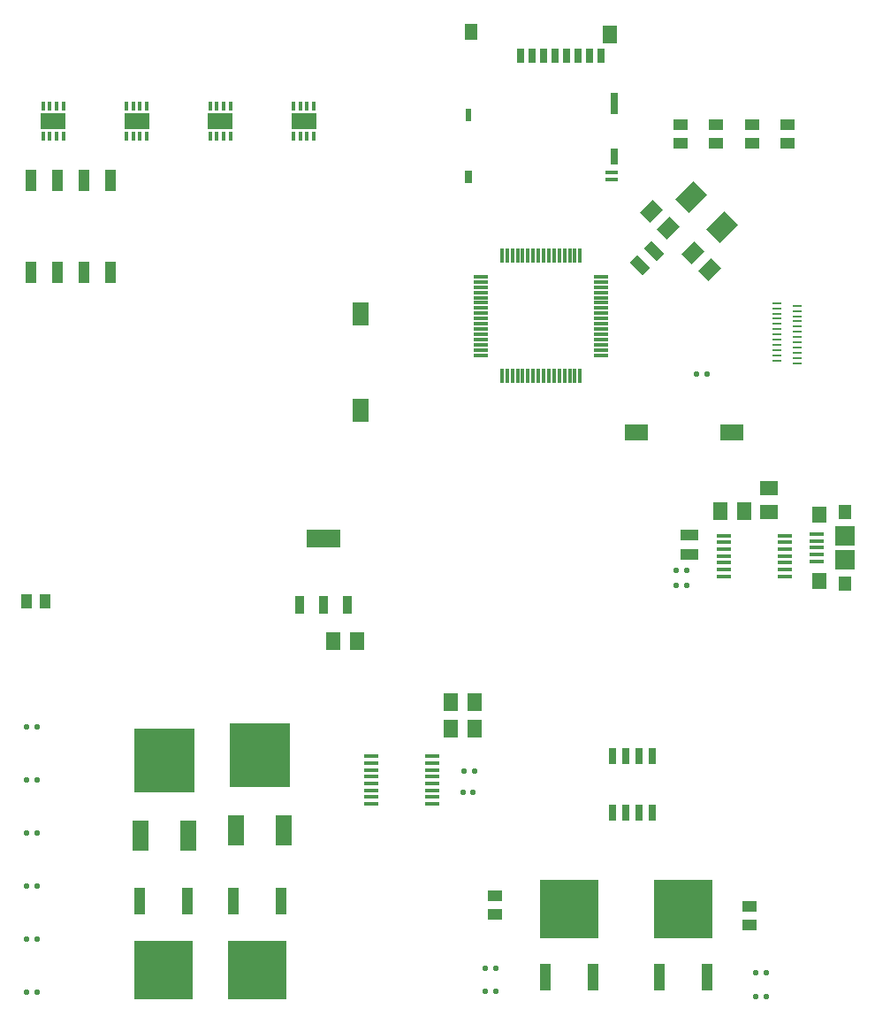
<source format=gtp>
G04*
G04 #@! TF.GenerationSoftware,Altium Limited,Altium Designer,23.5.1 (21)*
G04*
G04 Layer_Color=8421504*
%FSLAX44Y44*%
%MOMM*%
G71*
G04*
G04 #@! TF.SameCoordinates,19FF910F-FD56-46C1-A6BE-D3D33EAEA19E*
G04*
G04*
G04 #@! TF.FilePolarity,Positive*
G04*
G01*
G75*
%ADD17R,0.8000X1.4000*%
%ADD18R,1.1500X0.4500*%
%ADD19R,1.3500X1.8000*%
%ADD20R,0.6500X2.1400*%
%ADD21R,0.6500X1.6000*%
%ADD22R,0.6500X1.3000*%
%ADD23R,0.6000X1.1500*%
%ADD24R,1.1600X1.5000*%
G04:AMPARAMS|DCode=25|XSize=1.4mm|YSize=1.7mm|CornerRadius=0mm|HoleSize=0mm|Usage=FLASHONLY|Rotation=315.000|XOffset=0mm|YOffset=0mm|HoleType=Round|Shape=Rectangle|*
%AMROTATEDRECTD25*
4,1,4,-1.0960,-0.1061,0.1061,1.0960,1.0960,0.1061,-0.1061,-1.0960,-1.0960,-0.1061,0.0*
%
%ADD25ROTATEDRECTD25*%

G04:AMPARAMS|DCode=26|XSize=2.4mm|YSize=1.9mm|CornerRadius=0mm|HoleSize=0mm|Usage=FLASHONLY|Rotation=45.000|XOffset=0mm|YOffset=0mm|HoleType=Round|Shape=Rectangle|*
%AMROTATEDRECTD26*
4,1,4,-0.1768,-1.5203,-1.5203,-0.1768,0.1768,1.5203,1.5203,0.1768,-0.1768,-1.5203,0.0*
%
%ADD26ROTATEDRECTD26*%

%ADD27R,0.9000X0.2540*%
%ADD28R,1.1000X2.0000*%
%ADD29R,0.3000X1.4750*%
%ADD30R,1.4750X0.3000*%
%ADD31R,1.4500X1.1000*%
%ADD32R,2.1800X1.6000*%
%ADD33R,1.6000X3.0000*%
%ADD34R,5.8000X6.2000*%
G04:AMPARAMS|DCode=35|XSize=0.5mm|YSize=0.5mm|CornerRadius=0.0875mm|HoleSize=0mm|Usage=FLASHONLY|Rotation=0.000|XOffset=0mm|YOffset=0mm|HoleType=Round|Shape=RoundedRectangle|*
%AMROUNDEDRECTD35*
21,1,0.5000,0.3250,0,0,0.0*
21,1,0.3250,0.5000,0,0,0.0*
1,1,0.1750,0.1625,-0.1625*
1,1,0.1750,-0.1625,-0.1625*
1,1,0.1750,-0.1625,0.1625*
1,1,0.1750,0.1625,0.1625*
%
%ADD35ROUNDEDRECTD35*%
%ADD36R,1.0600X2.6000*%
%ADD37R,5.6320X5.7000*%
%ADD38R,2.4000X1.6000*%
%ADD39R,0.3500X0.9000*%
%ADD40R,1.4000X1.7000*%
%ADD41R,1.7000X1.0000*%
%ADD42R,1.4750X0.4500*%
%ADD43R,1.9000X1.9000*%
%ADD44R,1.3000X1.4500*%
%ADD45R,1.4000X1.6000*%
%ADD46R,1.3500X0.4000*%
%ADD47R,1.7000X1.4000*%
G04:AMPARAMS|DCode=48|XSize=1mm|YSize=1.7mm|CornerRadius=0mm|HoleSize=0mm|Usage=FLASHONLY|Rotation=225.000|XOffset=0mm|YOffset=0mm|HoleType=Round|Shape=Rectangle|*
%AMROTATEDRECTD48*
4,1,4,-0.2475,0.9546,0.9546,-0.2475,0.2475,-0.9546,-0.9546,0.2475,-0.2475,0.9546,0.0*
%
%ADD48ROTATEDRECTD48*%

%ADD49R,1.6000X2.1800*%
%ADD50R,1.1000X1.4500*%
%ADD51R,0.9500X1.7500*%
%ADD52R,3.2500X1.7500*%
%ADD53R,0.6500X1.5000*%
D17*
X1145240Y1364120D02*
D03*
X1156250D02*
D03*
X1167250D02*
D03*
X1178250D02*
D03*
X1189250D02*
D03*
X1200250D02*
D03*
X1211250D02*
D03*
X1222250D02*
D03*
D18*
X1231900Y1245870D02*
D03*
Y1252470D02*
D03*
D19*
X1230890Y1384620D02*
D03*
D20*
X1234400Y1318320D02*
D03*
D21*
Y1267520D02*
D03*
D22*
X1095390Y1248120D02*
D03*
D23*
X1095140Y1307370D02*
D03*
D24*
X1097950Y1387120D02*
D03*
D25*
X1270346Y1215044D02*
D03*
X1286510Y1198880D02*
D03*
X1326342Y1159048D02*
D03*
X1310178Y1175212D02*
D03*
D26*
X1308844Y1228616D02*
D03*
X1337836Y1199624D02*
D03*
D27*
X1390700Y1127320D02*
D03*
Y1122320D02*
D03*
Y1117320D02*
D03*
Y1112320D02*
D03*
Y1107320D02*
D03*
Y1102320D02*
D03*
Y1097320D02*
D03*
Y1092320D02*
D03*
Y1087320D02*
D03*
Y1082320D02*
D03*
Y1077320D02*
D03*
Y1072320D02*
D03*
X1409700Y1069820D02*
D03*
Y1074820D02*
D03*
Y1079820D02*
D03*
Y1084820D02*
D03*
Y1089820D02*
D03*
Y1094820D02*
D03*
Y1099820D02*
D03*
Y1104820D02*
D03*
Y1109820D02*
D03*
Y1114820D02*
D03*
Y1119820D02*
D03*
Y1124820D02*
D03*
D28*
X751840Y1245150D02*
D03*
X726440D02*
D03*
X701040D02*
D03*
X675640D02*
D03*
Y1157150D02*
D03*
X701040D02*
D03*
X726440D02*
D03*
X751840D02*
D03*
D29*
X1127090Y1172440D02*
D03*
X1132090D02*
D03*
X1137090D02*
D03*
X1142090D02*
D03*
X1147090D02*
D03*
X1152090D02*
D03*
X1157090D02*
D03*
X1162090D02*
D03*
X1167090D02*
D03*
X1172090D02*
D03*
X1177090D02*
D03*
X1182090D02*
D03*
X1187090D02*
D03*
X1192090D02*
D03*
X1197090D02*
D03*
X1202090D02*
D03*
Y1057680D02*
D03*
X1197090D02*
D03*
X1192090D02*
D03*
X1187090D02*
D03*
X1182090D02*
D03*
X1177090D02*
D03*
X1172090D02*
D03*
X1167090D02*
D03*
X1162090D02*
D03*
X1157090D02*
D03*
X1152090D02*
D03*
X1147090D02*
D03*
X1142090D02*
D03*
X1137090D02*
D03*
X1132090D02*
D03*
X1127090D02*
D03*
D30*
X1221970Y1152560D02*
D03*
Y1147560D02*
D03*
Y1142560D02*
D03*
Y1137560D02*
D03*
Y1132560D02*
D03*
Y1127560D02*
D03*
Y1122560D02*
D03*
Y1117560D02*
D03*
Y1112560D02*
D03*
Y1107560D02*
D03*
Y1102560D02*
D03*
Y1097560D02*
D03*
Y1092560D02*
D03*
Y1087560D02*
D03*
Y1082560D02*
D03*
Y1077560D02*
D03*
X1107210D02*
D03*
Y1082560D02*
D03*
Y1087560D02*
D03*
Y1092560D02*
D03*
Y1097560D02*
D03*
Y1102560D02*
D03*
Y1107560D02*
D03*
Y1112560D02*
D03*
Y1117560D02*
D03*
Y1122560D02*
D03*
Y1127560D02*
D03*
Y1132560D02*
D03*
Y1137560D02*
D03*
Y1142560D02*
D03*
Y1147560D02*
D03*
Y1152560D02*
D03*
D31*
X1332230Y1298050D02*
D03*
Y1280050D02*
D03*
X1366520D02*
D03*
Y1298050D02*
D03*
X1120140Y560070D02*
D03*
Y542070D02*
D03*
X1363980Y550020D02*
D03*
Y532020D02*
D03*
X1297940Y1298050D02*
D03*
Y1280050D02*
D03*
X1400810Y1298050D02*
D03*
Y1280050D02*
D03*
D32*
X1255750Y1003300D02*
D03*
X1347750D02*
D03*
D33*
X781050Y617220D02*
D03*
X826750D02*
D03*
X918200Y622890D02*
D03*
X872500D02*
D03*
D34*
X803900Y689020D02*
D03*
X895350Y694690D02*
D03*
D35*
X1380410Y463550D02*
D03*
X1370410D02*
D03*
X1380490Y486410D02*
D03*
X1370490D02*
D03*
X1304210Y871220D02*
D03*
X1294210D02*
D03*
X1304290Y857250D02*
D03*
X1294290D02*
D03*
X681830Y467360D02*
D03*
X671830D02*
D03*
X681830Y518160D02*
D03*
X671830D02*
D03*
X681830Y568960D02*
D03*
X671830D02*
D03*
X681830Y619760D02*
D03*
X671830D02*
D03*
X681830Y670560D02*
D03*
X671830D02*
D03*
X681830Y721360D02*
D03*
X671830D02*
D03*
X1313340Y1059180D02*
D03*
X1323340D02*
D03*
X1091010Y679450D02*
D03*
X1101010D02*
D03*
X1089660Y659130D02*
D03*
X1099660D02*
D03*
X1121410Y468630D02*
D03*
X1111410D02*
D03*
X1121330Y490220D02*
D03*
X1111330D02*
D03*
D36*
X1323340Y481870D02*
D03*
X1277620D02*
D03*
X869950Y554450D02*
D03*
X915670D02*
D03*
X779780D02*
D03*
X825500D02*
D03*
X1168400Y481870D02*
D03*
X1214120D02*
D03*
D37*
X1300480Y547370D02*
D03*
X892810Y488950D02*
D03*
X802640D02*
D03*
X1191260Y547370D02*
D03*
D38*
X937260Y1301750D02*
D03*
X857250D02*
D03*
X777240D02*
D03*
X697230D02*
D03*
D39*
X947010Y1287250D02*
D03*
X940510D02*
D03*
X934010D02*
D03*
X927510D02*
D03*
Y1316250D02*
D03*
X934010D02*
D03*
X940510D02*
D03*
X947010D02*
D03*
X867000Y1287250D02*
D03*
X860500D02*
D03*
X854000D02*
D03*
X847500D02*
D03*
Y1316250D02*
D03*
X854000D02*
D03*
X860500D02*
D03*
X867000D02*
D03*
X786990Y1287250D02*
D03*
X780490D02*
D03*
X773990D02*
D03*
X767490D02*
D03*
Y1316250D02*
D03*
X773990D02*
D03*
X780490D02*
D03*
X786990D02*
D03*
X706980Y1287250D02*
D03*
X700480D02*
D03*
X693980D02*
D03*
X687480D02*
D03*
Y1316250D02*
D03*
X693980D02*
D03*
X700480D02*
D03*
X706980D02*
D03*
D40*
X1078230Y720090D02*
D03*
X1101090D02*
D03*
X1078230Y745490D02*
D03*
X1101090D02*
D03*
X1336040Y928370D02*
D03*
X1358900D02*
D03*
X988060Y803910D02*
D03*
X965200D02*
D03*
D41*
X1306830Y886460D02*
D03*
Y905460D02*
D03*
D42*
X1339680Y904690D02*
D03*
Y898190D02*
D03*
Y891690D02*
D03*
Y885190D02*
D03*
Y878690D02*
D03*
Y872190D02*
D03*
Y865690D02*
D03*
X1398440D02*
D03*
Y872190D02*
D03*
Y878690D02*
D03*
Y885190D02*
D03*
Y891690D02*
D03*
Y898190D02*
D03*
Y904690D02*
D03*
X1001860Y647810D02*
D03*
Y654310D02*
D03*
Y660810D02*
D03*
Y667310D02*
D03*
Y673810D02*
D03*
Y680310D02*
D03*
Y686810D02*
D03*
Y693310D02*
D03*
X1060620D02*
D03*
Y686810D02*
D03*
Y680310D02*
D03*
Y673810D02*
D03*
Y667310D02*
D03*
Y660810D02*
D03*
Y654310D02*
D03*
Y647810D02*
D03*
D43*
X1455500Y904610D02*
D03*
Y881610D02*
D03*
D44*
Y927360D02*
D03*
Y858860D02*
D03*
D45*
X1431000Y925110D02*
D03*
Y861110D02*
D03*
D46*
X1428750Y906110D02*
D03*
Y899610D02*
D03*
Y893110D02*
D03*
Y886610D02*
D03*
Y880110D02*
D03*
D47*
X1383030Y949960D02*
D03*
Y927100D02*
D03*
D48*
X1272540Y1177290D02*
D03*
X1259105Y1163855D02*
D03*
D49*
X991870Y1116890D02*
D03*
Y1024890D02*
D03*
D50*
X689830Y842010D02*
D03*
X671830D02*
D03*
D51*
X933310Y838700D02*
D03*
X956310D02*
D03*
X979310D02*
D03*
D52*
X956310Y901700D02*
D03*
D53*
X1271270Y693750D02*
D03*
X1258570D02*
D03*
X1245870D02*
D03*
X1233170D02*
D03*
Y639750D02*
D03*
X1245870D02*
D03*
X1258570D02*
D03*
X1271270D02*
D03*
M02*

</source>
